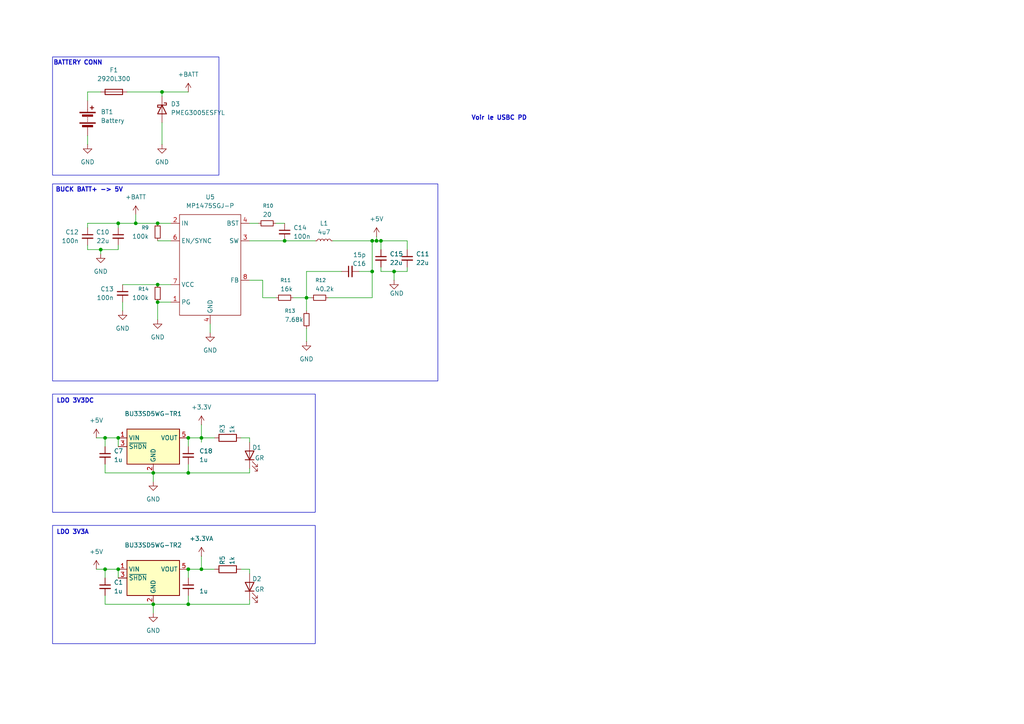
<source format=kicad_sch>
(kicad_sch (version 20250114) (generator "eeschema") (generator_version "9.0")
  (paper "A4")
  (lib_symbols
    (symbol "CustomSymbols:MP1475S"
      (property "Reference" "U5" (at 0 12.7 0))
      (property "Value" "MP1475SGJ-P" (at 0 10.16 0))
      (symbol "MP1475S_0_1"
        (rectangle (start -8.89 7.62) (end 8.89 -21.59))
      )
      (symbol "MP1475S_1_1"
        (pin input line (at -11.43 5.08 0) (length 2.54) (name "IN") (number "2"))
        (pin input line (at -11.43 0 0) (length 2.54) (name "EN/SYNC") (number "6"))
        (pin input line (at -11.43 -12.7 0) (length 2.54) (name "VCC") (number "7"))
        (pin input line (at -11.43 -17.78 0) (length 2.54) (name "PG") (number "1"))
        (pin input line (at 0 -24.13 90) (length 2.54) (name "GND") (number "4"))
        (pin input line (at 11.43 5.08 180) (length 2.54) (name "BST") (number "4"))
        (pin input line (at 11.43 0 180) (length 2.54) (name "SW") (number "3"))
        (pin input line (at 11.43 -11.43 180) (length 2.54) (name "FB") (number "8"))
      )
    )
    (symbol "Device:Battery" (pin_numbers (hide yes)) (pin_names (offset 0) (hide yes))
      (property "Reference" "BT1" (at 3.81 1.8416 0))
      (property "Value" "Battery" (at 3.81 -0.6984 0))
      (symbol "Battery_0_1"
        (rectangle (start -2.286 1.778) (end 2.286 1.524) (fill (type outline)))
        (rectangle (start -2.286 -1.27) (end 2.286 -1.524) (fill (type outline)))
        (rectangle (start -1.524 1.016) (end 1.524 0.508) (fill (type outline)))
        (rectangle (start -1.524 -2.032) (end 1.524 -2.54) (fill (type outline)))
        (polyline (pts (xy 0 1.778) (xy 0 2.54)))
        (polyline (pts (xy 0 0) (xy 0 0.254)))
        (polyline (pts (xy 0 -0.508) (xy 0 -0.254)))
        (polyline (pts (xy 0 -1.016) (xy 0 -0.762)))
        (polyline (pts (xy 0.762 3.048) (xy 1.778 3.048)) (stroke (width 0.254)))
        (polyline (pts (xy 1.27 3.556) (xy 1.27 2.54)) (stroke (width 0.254)))
      )
      (symbol "Battery_1_1"
        (pin passive line (at 0 5.08 270) (length 2.54) (name "+") (number "2"))
        (pin passive line (at 0 -5.08 90) (length 2.54) (name "-") (number "1"))
      )
    )
    (symbol "Device:C_Small" (pin_numbers (hide yes)) (pin_names (offset 0.254) (hide yes))
      (property "Reference" "C" (at 0.254 1.778 0))
      (property "Value" "C_Small" (at 0.254 -2.032 0))
      (symbol "C_Small_0_1"
        (polyline (pts (xy -1.524 0.508) (xy 1.524 0.508)) (stroke (width 0.3048)))
        (polyline (pts (xy -1.524 -0.508) (xy 1.524 -0.508)) (stroke (width 0.3302)))
      )
      (symbol "C_Small_1_1"
        (pin passive line (at 0 2.54 270) (length 2.032) (name "~") (number "1"))
        (pin passive line (at 0 -2.54 90) (length 2.032) (name "~") (number "2"))
      )
    )
    (symbol "Device:D_Schottky" (pin_numbers (hide yes)) (pin_names (offset 1.016) (hide yes))
      (property "Reference" "D" (at 0 2.54 0))
      (property "Value" "D_Schottky" (at 0 -2.54 0))
      (symbol "D_Schottky_0_1"
        (polyline (pts (xy -1.905 0.635) (xy -1.905 1.27) (xy -1.27 1.27) (xy -1.27 -1.27) (xy -0.635 -1.27) (xy -0.635 -0.635)) (stroke (width 0.254)))
        (polyline (pts (xy 1.27 1.27) (xy 1.27 -1.27) (xy -1.27 0) (xy 1.27 1.27)) (stroke (width 0.254)))
        (polyline (pts (xy 1.27 0) (xy -1.27 0)))
      )
      (symbol "D_Schottky_1_1"
        (pin passive line (at -3.81 0 0) (length 2.54) (name "K") (number "1"))
        (pin passive line (at 3.81 0 180) (length 2.54) (name "A") (number "2"))
      )
    )
    (symbol "Device:Fuse" (pin_numbers (hide yes)) (pin_names (offset 0))
      (property "Reference" "F" (at 2.032 0 90))
      (property "Value" "Fuse" (at -1.905 0 90))
      (symbol "Fuse_0_1"
        (rectangle (start -0.762 -2.54) (end 0.762 2.54) (stroke (width 0.254)))
        (polyline (pts (xy 0 2.54) (xy 0 -2.54)))
      )
      (symbol "Fuse_1_1"
        (pin passive line (at 0 3.81 270) (length 1.27) (name "~") (number "1"))
        (pin passive line (at 0 -3.81 90) (length 1.27) (name "~") (number "2"))
      )
    )
    (symbol "Device:LED" (pin_numbers (hide yes)) (pin_names (offset 1.016) (hide yes))
      (property "Reference" "D" (at 0 2.54 0))
      (property "Value" "LED" (at 0 -2.54 0))
      (symbol "LED_0_1"
        (polyline (pts (xy -3.048 -0.762) (xy -4.572 -2.286) (xy -3.81 -2.286) (xy -4.572 -2.286) (xy -4.572 -1.524)))
        (polyline (pts (xy -1.778 -0.762) (xy -3.302 -2.286) (xy -2.54 -2.286) (xy -3.302 -2.286) (xy -3.302 -1.524)))
        (polyline (pts (xy -1.27 0) (xy 1.27 0)))
        (polyline (pts (xy -1.27 -1.27) (xy -1.27 1.27)) (stroke (width 0.254)))
        (polyline (pts (xy 1.27 -1.27) (xy 1.27 1.27) (xy -1.27 0) (xy 1.27 -1.27)) (stroke (width 0.254)))
      )
      (symbol "LED_1_1"
        (pin passive line (at -3.81 0 0) (length 2.54) (name "K") (number "1"))
        (pin passive line (at 3.81 0 180) (length 2.54) (name "A") (number "2"))
      )
    )
    (symbol "Device:L_Small" (pin_numbers (hide yes)) (pin_names (offset 0.254) (hide yes))
      (property "Reference" "L" (at 0.762 1.016 0))
      (property "Value" "L_Small" (at 0.762 -1.016 0))
      (symbol "L_Small_0_1"
        (arc (start 0 2.032) (mid 0.5058 1.524) (end 0 1.016))
        (arc (start 0 1.016) (mid 0.5058 0.508) (end 0 0))
        (arc (start 0 0) (mid 0.5058 -0.508) (end 0 -1.016))
        (arc (start 0 -1.016) (mid 0.5058 -1.524) (end 0 -2.032))
      )
      (symbol "L_Small_1_1"
        (pin passive line (at 0 2.54 270) (length 0.508) (name "~") (number "1"))
        (pin passive line (at 0 -2.54 90) (length 0.508) (name "~") (number "2"))
      )
    )
    (symbol "Device:R" (pin_numbers (hide yes)) (pin_names (offset 0))
      (property "Reference" "R" (at 2.032 0 90))
      (property "Value" "R" (at 0 0 90))
      (symbol "R_0_1"
        (rectangle (start -1.016 -2.54) (end 1.016 2.54) (stroke (width 0.254)))
      )
      (symbol "R_1_1"
        (pin passive line (at 0 3.81 270) (length 1.27) (name "~") (number "1"))
        (pin passive line (at 0 -3.81 90) (length 1.27) (name "~") (number "2"))
      )
    )
    (symbol "Device:R_Small" (pin_numbers (hide yes)) (pin_names (offset 0.254) (hide yes))
      (property "Reference" "R" (at 0 0 90))
      (property "Value" "R_Small" (at 1.778 0 90))
      (symbol "R_Small_0_1"
        (rectangle (start -0.762 1.778) (end 0.762 -1.778) (stroke (width 0.2032)))
      )
      (symbol "R_Small_1_1"
        (pin passive line (at 0 2.54 270) (length 0.762) (name "~") (number "1"))
        (pin passive line (at 0 -2.54 90) (length 0.762) (name "~") (number "2"))
      )
    )
    (symbol "Regulator_Linear:MCP1802x-xx02xOT"
      (property "Reference" "U" (at -6.35 6.35 0))
      (property "Value" "MCP1802x-xx02xOT" (at 0 6.35 0))
      (symbol "MCP1802x-xx02xOT_0_1"
        (rectangle (start -7.62 5.08) (end 7.62 -5.08) (stroke (width 0.254)) (fill (type background)))
      )
      (symbol "MCP1802x-xx02xOT_1_1"
        (pin power_in line (at -10.16 2.54 0) (length 2.54) (name "VIN") (number "1"))
        (pin input line (at -10.16 0 0) (length 2.54) (name "~{SHDN}") (number "3"))
        (pin power_in line (at 0 -7.62 90) (length 2.54) (name "GND") (number "2"))
        (pin no_connect line (at 7.62 0 180) (length 2.54) (hide yes) (name "NC") (number "4"))
        (pin power_out line (at 10.16 2.54 180) (length 2.54) (name "VOUT") (number "5"))
      )
    )
    (symbol "power:+3.3V" (power) (pin_numbers (hide yes)) (pin_names (offset 0) (hide yes))
      (property "Value" "+3.3V" (at 0 3.556 0))
      (symbol "+3.3V_0_1"
        (polyline (pts (xy -0.762 1.27) (xy 0 2.54)))
        (polyline (pts (xy 0 2.54) (xy 0.762 1.27)))
        (polyline (pts (xy 0 0) (xy 0 2.54)))
      )
      (symbol "+3.3V_1_1"
        (pin power_in line (at 0 0 90) (length 0) (name "~") (number "1"))
      )
    )
    (symbol "power:+3.3VA" (power) (pin_numbers (hide yes)) (pin_names (offset 0) (hide yes))
      (property "Value" "+3.3VA" (at 0 3.556 0))
      (symbol "+3.3VA_0_1"
        (polyline (pts (xy -0.762 1.27) (xy 0 2.54)))
        (polyline (pts (xy 0 2.54) (xy 0.762 1.27)))
        (polyline (pts (xy 0 0) (xy 0 2.54)))
      )
      (symbol "+3.3VA_1_1"
        (pin power_in line (at 0 0 90) (length 0) (name "~") (number "1"))
      )
    )
    (symbol "power:+5V" (power) (pin_numbers (hide yes)) (pin_names (offset 0) (hide yes))
      (property "Value" "+5V" (at 0 3.556 0))
      (symbol "+5V_0_1"
        (polyline (pts (xy -0.762 1.27) (xy 0 2.54)))
        (polyline (pts (xy 0 2.54) (xy 0.762 1.27)))
        (polyline (pts (xy 0 0) (xy 0 2.54)))
      )
      (symbol "+5V_1_1"
        (pin power_in line (at 0 0 90) (length 0) (name "~") (number "1"))
      )
    )
    (symbol "power:+BATT" (power) (pin_numbers (hide yes)) (pin_names (offset 0) (hide yes))
      (property "Value" "+BATT" (at 0 3.556 0))
      (symbol "+BATT_0_1"
        (polyline (pts (xy -0.762 1.27) (xy 0 2.54)))
        (polyline (pts (xy 0 2.54) (xy 0.762 1.27)))
        (polyline (pts (xy 0 0) (xy 0 2.54)))
      )
      (symbol "+BATT_1_1"
        (pin power_in line (at 0 0 90) (length 0) (name "~") (number "1"))
      )
    )
    (symbol "power:GND" (power) (pin_numbers (hide yes)) (pin_names (offset 0) (hide yes))
      (property "Value" "GND" (at 0 -3.81 0))
      (symbol "GND_0_1"
        (polyline (pts (xy 0 0) (xy 0 -1.27) (xy 1.27 -1.27) (xy 0 -2.54) (xy -1.27 -1.27) (xy 0 -1.27)))
      )
      (symbol "GND_1_1"
        (pin power_in line (at 0 0 270) (length 0) (name "~") (number "1"))
      )
    )
  )
  (rectangle (start 15.24 152.4) (end 91.44 186.69))
  (rectangle (start 15.24 114.3) (end 91.44 148.59))
  (rectangle (start 15.24 16.51) (end 63.5 50.8))
  (rectangle (start 15.24 53.34) (end 127 110.49))
  (text "LDO 3V3DC\n" (at 21.844 116.332 0) (effects (font (size 1.27 1.27) (thickness 0.254) (bold yes))))
  (text "BUCK BATT+ -> 5V\n" (at 25.908 55.118 0) (effects (font (size 1.27 1.27) (thickness 0.254) (bold yes))))
  (text "LDO 3V3A\n\n" (at 21.082 155.448 0) (effects (font (size 1.27 1.27) (thickness 0.254) (bold yes))))
  (text "BATTERY CONN" (at 22.606 18.288 0) (effects (font (size 1.27 1.27) (thickness 0.254) (bold yes))))
  (text "Voir le USBC PD" (at 144.78 34.29 0) (effects (font (size 1.27 1.27) (thickness 0.254) (bold yes))))
  (junction (at 34.29 165.1))
  (junction (at 45.72 87.63))
  (junction (at 34.29 64.77))
  (junction (at 39.37 64.77))
  (junction (at 88.9 86.36))
  (junction (at 46.99 26.67))
  (junction (at 44.45 137.16))
  (junction (at 109.22 69.85))
  (junction (at 107.95 69.85))
  (junction (at 44.45 175.26))
  (junction (at 54.61 175.26))
  (junction (at 30.48 165.1))
  (junction (at 54.61 165.1))
  (junction (at 114.3 78.74))
  (junction (at 54.61 127))
  (junction (at 107.95 78.74))
  (junction (at 34.29 127))
  (junction (at 110.49 69.85))
  (junction (at 45.72 82.55))
  (junction (at 58.42 165.1))
  (junction (at 54.61 137.16))
  (junction (at 58.42 127))
  (junction (at 29.21 72.39))
  (junction (at 45.72 64.77))
  (junction (at 82.55 69.85))
  (junction (at 30.48 127))
  (wire (pts (xy 25.4 72.39) (xy 29.21 72.39)))
  (wire (pts (xy 104.14 78.74) (xy 107.95 78.74)))
  (wire (pts (xy 60.96 93.98) (xy 60.96 96.52)))
  (wire (pts (xy 25.4 64.77) (xy 34.29 64.77)))
  (wire (pts (xy 34.29 127) (xy 34.29 129.54)))
  (wire (pts (xy 45.72 82.55) (xy 49.53 82.55)))
  (wire (pts (xy 25.4 26.67) (xy 25.4 29.21)))
  (wire (pts (xy 27.94 165.1) (xy 30.48 165.1)))
  (wire (pts (xy 44.45 175.26) (xy 44.45 177.8)))
  (wire (pts (xy 30.48 165.1) (xy 34.29 165.1)))
  (wire (pts (xy 25.4 26.67) (xy 29.21 26.67)))
  (wire (pts (xy 118.11 69.85) (xy 118.11 72.39)))
  (wire (pts (xy 25.4 71.12) (xy 25.4 72.39)))
  (wire (pts (xy 58.42 127) (xy 58.42 128.27)))
  (wire (pts (xy 34.29 66.04) (xy 34.29 64.77)))
  (wire (pts (xy 39.37 62.23) (xy 39.37 64.77)))
  (wire (pts (xy 114.3 81.28) (xy 114.3 78.74)))
  (wire (pts (xy 54.61 165.1) (xy 54.61 167.64)))
  (wire (pts (xy 95.25 86.36) (xy 107.95 86.36)))
  (wire (pts (xy 30.48 165.1) (xy 30.48 167.64)))
  (wire (pts (xy 76.2 86.36) (xy 76.2 81.28)))
  (wire (pts (xy 35.56 82.55) (xy 45.72 82.55)))
  (wire (pts (xy 110.49 78.74) (xy 110.49 77.47)))
  (wire (pts (xy 99.06 78.74) (xy 88.9 78.74)))
  (wire (pts (xy 46.99 35.56) (xy 46.99 41.91)))
  (wire (pts (xy 88.9 86.36) (xy 88.9 90.17)))
  (wire (pts (xy 30.48 137.16) (xy 44.45 137.16)))
  (wire (pts (xy 44.45 175.26) (xy 54.61 175.26)))
  (wire (pts (xy 72.39 127) (xy 72.39 128.27)))
  (wire (pts (xy 76.2 86.36) (xy 80.01 86.36)))
  (wire (pts (xy 34.29 165.1) (xy 34.29 167.64)))
  (wire (pts (xy 54.61 127) (xy 54.61 129.54)))
  (wire (pts (xy 29.21 72.39) (xy 29.21 73.66)))
  (wire (pts (xy 107.95 78.74) (xy 107.95 86.36)))
  (wire (pts (xy 72.39 64.77) (xy 74.93 64.77)))
  (wire (pts (xy 25.4 64.77) (xy 25.4 66.04)))
  (wire (pts (xy 107.95 78.74) (xy 107.95 69.85)))
  (wire (pts (xy 69.85 127) (xy 72.39 127)))
  (wire (pts (xy 54.61 165.1) (xy 58.42 165.1)))
  (wire (pts (xy 54.61 134.62) (xy 54.61 137.16)))
  (wire (pts (xy 109.22 69.85) (xy 109.22 68.58)))
  (wire (pts (xy 27.94 127) (xy 30.48 127)))
  (wire (pts (xy 72.39 165.1) (xy 72.39 166.37)))
  (wire (pts (xy 54.61 127) (xy 58.42 127)))
  (wire (pts (xy 69.85 165.1) (xy 72.39 165.1)))
  (wire (pts (xy 54.61 175.26) (xy 72.39 175.26)))
  (wire (pts (xy 85.09 86.36) (xy 88.9 86.36)))
  (wire (pts (xy 30.48 127) (xy 30.48 129.54)))
  (wire (pts (xy 30.48 172.72) (xy 30.48 175.26)))
  (wire (pts (xy 49.53 87.63) (xy 45.72 87.63)))
  (wire (pts (xy 34.29 72.39) (xy 34.29 71.12)))
  (wire (pts (xy 46.99 27.94) (xy 46.99 26.67)))
  (wire (pts (xy 72.39 69.85) (xy 82.55 69.85)))
  (wire (pts (xy 72.39 137.16) (xy 72.39 135.89)))
  (wire (pts (xy 96.52 69.85) (xy 107.95 69.85)))
  (wire (pts (xy 36.83 26.67) (xy 46.99 26.67)))
  (wire (pts (xy 107.95 69.85) (xy 109.22 69.85)))
  (wire (pts (xy 118.11 78.74) (xy 118.11 77.47)))
  (wire (pts (xy 29.21 72.39) (xy 34.29 72.39)))
  (wire (pts (xy 54.61 26.67) (xy 46.99 26.67)))
  (wire (pts (xy 58.42 161.29) (xy 58.42 165.1)))
  (wire (pts (xy 39.37 64.77) (xy 45.72 64.77)))
  (wire (pts (xy 30.48 127) (xy 34.29 127)))
  (wire (pts (xy 54.61 137.16) (xy 72.39 137.16)))
  (wire (pts (xy 58.42 165.1) (xy 62.23 165.1)))
  (wire (pts (xy 35.56 87.63) (xy 35.56 90.17)))
  (wire (pts (xy 110.49 69.85) (xy 109.22 69.85)))
  (wire (pts (xy 45.72 69.85) (xy 49.53 69.85)))
  (wire (pts (xy 58.42 127) (xy 62.23 127)))
  (wire (pts (xy 110.49 69.85) (xy 110.49 72.39)))
  (wire (pts (xy 30.48 175.26) (xy 44.45 175.26)))
  (wire (pts (xy 82.55 69.85) (xy 91.44 69.85)))
  (wire (pts (xy 54.61 172.72) (xy 54.61 175.26)))
  (wire (pts (xy 45.72 64.77) (xy 49.53 64.77)))
  (wire (pts (xy 88.9 86.36) (xy 90.17 86.36)))
  (wire (pts (xy 114.3 78.74) (xy 110.49 78.74)))
  (wire (pts (xy 76.2 81.28) (xy 72.39 81.28)))
  (wire (pts (xy 44.45 137.16) (xy 54.61 137.16)))
  (wire (pts (xy 118.11 78.74) (xy 114.3 78.74)))
  (wire (pts (xy 44.45 137.16) (xy 44.45 139.7)))
  (wire (pts (xy 88.9 95.25) (xy 88.9 99.06)))
  (wire (pts (xy 45.72 87.63) (xy 45.72 92.71)))
  (wire (pts (xy 72.39 175.26) (xy 72.39 173.99)))
  (wire (pts (xy 58.42 123.19) (xy 58.42 127)))
  (wire (pts (xy 30.48 134.62) (xy 30.48 137.16)))
  (wire (pts (xy 25.4 39.37) (xy 25.4 41.91)))
  (wire (pts (xy 80.01 64.77) (xy 82.55 64.77)))
  (wire (pts (xy 88.9 78.74) (xy 88.9 86.36)))
  (wire (pts (xy 34.29 64.77) (xy 39.37 64.77)))
  (wire (pts (xy 110.49 69.85) (xy 118.11 69.85)))
  (symbol (lib_id "Device:LED") (at 72.39 132.08 90) (unit 1)
    (property "Reference" "D1" (at 73.152 129.794 90) (effects (justify right)))
    (property "Value" "GR" (at 73.914 132.842 90) (effects (justify right)))
    (property "Footprint" "LED_SMD:LED_0603_1608Metric" (effects (hide yes)))
    (property "Description" "Light emitting diode" (effects (hide yes)))
  )
  (symbol (lib_id "Device:L_Small") (at 93.98 69.85 270) (mirror x) (unit 1)
    (property "Reference" "L1" (at 93.98 64.77 90))
    (property "Value" "4u7" (at 93.98 67.31 90))
    (property "Description" "Inductor, small symbol" (effects (hide yes)))
  )
  (symbol (lib_id "Device:R_Small") (at 45.72 67.31 0) (mirror y) (unit 1)
    (property "Reference" "R9" (at 43.18 66.0399 0) (effects (font (size 1.016 1.016)) (justify left)))
    (property "Value" "100k" (at 43.18 68.5799 0) (effects (justify left)))
    (property "Footprint" "Resistor_SMD:R_0402_1005Metric" (effects (hide yes)))
    (property "Description" "Resistor, small symbol" (effects (hide yes)))
  )
  (symbol (lib_id "Device:C_Small") (at 118.11 74.93 0) (unit 1)
    (property "Reference" "C11" (at 120.65 73.6663 0) (effects (justify left)))
    (property "Value" "22u" (at 120.65 76.2063 0) (effects (justify left)))
    (property "Footprint" "Capacitor_SMD:C_0805_2012Metric" (effects (hide yes)))
  )
  (symbol (lib_id "Device:C_Small") (at 25.4 68.58 0) (mirror y) (unit 1)
    (property "Reference" "C12" (at 22.86 67.3163 0) (effects (justify left)))
    (property "Value" "100n" (at 22.86 69.8563 0) (effects (justify left)))
    (property "Footprint" "Capacitor_SMD:C_0402_1005Metric" (effects (hide yes)))
  )
  (symbol (lib_id "power:+5V") (at 27.94 127 0) (unit 1)
    (property "Reference" "#PWR052" (effects (hide yes)))
    (property "Value" "+5V" (at 27.94 121.92 0))
    (property "Description" "Power symbol creates a global label with name \"+5V\"" (effects (hide yes)))
  )
  (symbol (lib_id "power:GND") (at 88.9 99.06 0) (unit 1)
    (property "Reference" "#PWR042" (effects (hide yes)))
    (property "Value" "GND" (at 88.9 104.14 0))
  )
  (symbol (lib_id "Regulator_Linear:MCP1802x-xx02xOT") (at 44.45 167.64 0) (unit 1)
    (property "Reference" "BU33SD5WG-TR2" (at 44.45 158.115 0))
    (property "Value" "LM1117DT-3.3" (effects (hide yes)))
    (property "Footprint" "Package_TO_SOT_SMD:SOT-23-5" (effects (hide yes)))
    (property "Datasheet" "http://ww1.microchip.com/downloads/en/DeviceDoc/22053C.pdf" (effects (hide yes)))
  )
  (symbol (lib_id "Device:C_Small") (at 30.48 170.18 0) (unit 1)
    (property "Reference" "C1" (at 33.02 168.9163 0) (effects (justify left)))
    (property "Value" "1u" (at 33.02 171.4563 0) (effects (justify left)))
    (property "Footprint" "Capacitor_SMD:C_0603_1608Metric_Pad1.08x0.95mm_HandSolder" (effects (hide yes)))
  )
  (symbol (lib_id "Device:C_Small") (at 35.56 85.09 0) (mirror y) (unit 1)
    (property "Reference" "C13" (at 33.02 83.8263 0) (effects (justify left)))
    (property "Value" "100n" (at 33.02 86.3663 0) (effects (justify left)))
    (property "Footprint" "Capacitor_SMD:C_0402_1005Metric" (effects (hide yes)))
  )
  (symbol (lib_id "power:+5V") (at 27.94 165.1 0) (unit 1)
    (property "Reference" "#PWR04" (effects (hide yes)))
    (property "Value" "+5V" (at 27.94 160.02 0))
    (property "Description" "Power symbol creates a global label with name \"+5V\"" (effects (hide yes)))
  )
  (symbol (lib_id "Device:C_Small") (at 82.55 67.31 0) (unit 1)
    (property "Reference" "C14" (at 85.09 66.0463 0) (effects (justify left)))
    (property "Value" "100n" (at 85.09 68.5863 0) (effects (justify left)))
    (property "Footprint" "Capacitor_SMD:C_0402_1005Metric" (effects (hide yes)))
  )
  (symbol (lib_id "Device:R") (at 66.04 127 90) (unit 1)
    (property "Reference" "R3" (at 64.516 125.73 0) (effects (justify left)))
    (property "Value" "1k" (at 67.31 125.73 0) (effects (justify left)))
    (property "Footprint" "Resistor_SMD:R_0402_1005Metric" (effects (hide yes)))
    (property "Description" "Resistor" (effects (hide yes)))
  )
  (symbol (lib_id "CustomSymbols:MP1475S") (at 60.96 69.85 0) (unit 1)
    (property "Reference" "U5" (at 60.96 57.15 0))
    (property "Value" "MP1475SGJ-P" (at 60.96 59.69 0))
    (property "Footprint" "Package_TO_SOT_SMD:TSOT-23-8" (effects (hide yes)))
    (property "Datasheet" "https://www.farnell.com/datasheets/2914921.pdf?_gl=1*168ey9k*_gcl_aw*R0NMLjE3NTc2Nzc4NzkuRUFJYUlRb2JDaE1JeFoza3FwVFRqd01WRl9aNUJCMU5uelp2RUFRWUFTQUJFZ0pNU1BEX0J3RQ..*_gcl_au*NDU0NDk2NjEuMTc1NzQwOTgwNg.." (effects (hide yes)))
    (property "MPN" "MP1475SGJ-P" (effects (hide yes)))
  )
  (symbol (lib_id "Device:D_Schottky") (at 46.99 31.75 270) (unit 1)
    (property "Reference" "D3" (at 49.53 30.1624 90) (effects (justify left)))
    (property "Value" "PMEG3005ESFYL" (at 49.53 32.7024 90) (effects (justify left)))
    (property "Description" "Schottky diode" (effects (hide yes)))
  )
  (symbol (lib_id "power:GND") (at 60.96 96.52 0) (unit 1)
    (property "Reference" "#PWR038" (effects (hide yes)))
    (property "Value" "GND" (at 60.96 101.6 0))
  )
  (symbol (lib_id "Device:Battery") (at 25.4 34.29 0) (unit 1)
    (property "Reference" "BT1" (at 29.21 32.4484 0) (effects (justify left)))
    (property "Value" "Battery" (at 29.21 34.9884 0) (effects (justify left)))
    (property "Footprint" "Connector_AMASS:AMASS_XT30U-F_1x02_P5.0mm_Vertical" (effects (hide yes)))
    (property "Description" "Multiple-cell battery" (effects (hide yes)))
  )
  (symbol (lib_id "Device:C_Small") (at 30.48 132.08 0) (unit 1)
    (property "Reference" "C7" (at 33.02 130.8163 0) (effects (justify left)))
    (property "Value" "1u" (at 33.02 133.3563 0) (effects (justify left)))
    (property "Footprint" "Capacitor_SMD:C_0603_1608Metric_Pad1.08x0.95mm_HandSolder" (effects (hide yes)))
  )
  (symbol (lib_id "Device:LED") (at 72.39 170.18 90) (unit 1)
    (property "Reference" "D2" (at 73.152 167.894 90) (effects (justify right)))
    (property "Value" "GR" (at 73.914 170.942 90) (effects (justify right)))
    (property "Footprint" "LED_SMD:LED_0603_1608Metric" (effects (hide yes)))
    (property "Description" "Light emitting diode" (effects (hide yes)))
  )
  (symbol (lib_id "power:GND") (at 35.56 90.17 0) (unit 1)
    (property "Reference" "#PWR044" (effects (hide yes)))
    (property "Value" "GND" (at 35.56 95.25 0))
  )
  (symbol (lib_id "power:+3.3VA") (at 58.42 161.29 0) (unit 1)
    (property "Reference" "#PWR020" (effects (hide yes)))
    (property "Value" "+3.3VA" (at 58.42 156.21 0))
    (property "Description" "Power symbol creates a global label with name \"+3.3VA\"" (effects (hide yes)))
  )
  (symbol (lib_id "power:GND") (at 114.3 81.28 0) (mirror y) (unit 1)
    (property "Reference" "#PWR041" (effects (hide yes)))
    (property "Value" "GND" (at 113.03 85.09 0) (effects (justify right)))
  )
  (symbol (lib_id "Device:R_Small") (at 45.72 85.09 0) (mirror y) (unit 1)
    (property "Reference" "R14" (at 43.18 83.8199 0) (effects (font (size 1.016 1.016)) (justify left)))
    (property "Value" "100k" (at 43.18 86.3599 0) (effects (justify left)))
    (property "Footprint" "Resistor_SMD:R_0402_1005Metric" (effects (hide yes)))
    (property "Description" "Resistor, small symbol" (effects (hide yes)))
  )
  (symbol (lib_id "power:GND") (at 25.4 41.91 0) (unit 1)
    (property "Reference" "#PWR037" (effects (hide yes)))
    (property "Value" "GND" (at 25.4 46.99 0))
  )
  (symbol (lib_id "Device:R_Small") (at 77.47 64.77 90) (unit 1)
    (property "Reference" "R10" (at 76.2 59.6899 90) (effects (font (size 1.016 1.016)) (justify right)))
    (property "Value" "20" (at 76.2 62.2299 90) (effects (justify right)))
    (property "Footprint" "Resistor_SMD:R_0402_1005Metric" (effects (hide yes)))
    (property "Description" "Resistor, small symbol" (effects (hide yes)))
  )
  (symbol (lib_id "power:GND") (at 44.45 177.8 0) (unit 1)
    (property "Reference" "#PWR06" (effects (hide yes)))
    (property "Value" "GND" (at 44.45 182.88 0))
  )
  (symbol (lib_id "Device:C_Small") (at 110.49 74.93 0) (unit 1)
    (property "Reference" "C15" (at 113.03 73.6663 0) (effects (justify left)))
    (property "Value" "22u" (at 113.03 76.2063 0) (effects (justify left)))
    (property "Footprint" "Capacitor_SMD:C_0805_2012Metric" (effects (hide yes)))
  )
  (symbol (lib_id "Device:Fuse") (at 33.02 26.67 90) (unit 1)
    (property "Reference" "F1" (at 33.02 20.32 90))
    (property "Value" "2920L300" (at 33.02 22.86 90))
    (property "Datasheet" "https://4donline.ihs.com/images/VipMasterIC/IC/LFSI/LFSI-S-A0012713924/LFSI-S-A0013652082-1.pdf?hkey=6D3A4C79FDBF58556ACFDE234799DDF0" (effects (hide yes)))
    (property "Description" "Fuse" (effects (hide yes)))
  )
  (symbol (lib_id "Device:R_Small") (at 92.71 86.36 90) (unit 1)
    (property "Reference" "R12" (at 91.44 81.2799 90) (effects (font (size 1.016 1.016)) (justify right)))
    (property "Value" "40.2k" (at 91.44 83.8199 90) (effects (justify right)))
    (property "Footprint" "Resistor_SMD:R_0402_1005Metric" (effects (hide yes)))
    (property "Description" "Resistor, small symbol" (effects (hide yes)))
  )
  (symbol (lib_id "Device:R_Small") (at 88.9 92.71 180) (unit 1)
    (property "Reference" "R13" (at 82.55 90.1699 0) (effects (font (size 1.016 1.016)) (justify right)))
    (property "Value" "7.68k" (at 82.55 92.7099 0) (effects (justify right)))
    (property "Footprint" "Resistor_SMD:R_0402_1005Metric" (effects (hide yes)))
    (property "Description" "Resistor, small symbol" (effects (hide yes)))
  )
  (symbol (lib_id "power:GND") (at 45.72 92.71 0) (unit 1)
    (property "Reference" "#PWR039" (effects (hide yes)))
    (property "Value" "GND" (at 45.72 97.79 0))
  )
  (symbol (lib_id "Device:C_Small") (at 101.6 78.74 90) (unit 1)
    (property "Reference" "C16" (at 106.172 76.454 90) (effects (justify left)))
    (property "Value" "15p" (at 106.172 73.914 90) (effects (justify left)))
    (property "Footprint" "Capacitor_SMD:C_0402_1005Metric" (effects (hide yes)))
  )
  (symbol (lib_id "Device:C_Small") (at 34.29 68.58 0) (mirror y) (unit 1)
    (property "Reference" "C10" (at 31.75 67.3163 0) (effects (justify left)))
    (property "Value" "22u" (at 31.75 69.8563 0) (effects (justify left)))
    (property "Footprint" "Capacitor_SMD:C_0805_2012Metric" (effects (hide yes)))
  )
  (symbol (lib_id "power:+3.3V") (at 58.42 123.19 0) (unit 1)
    (property "Reference" "#PWR024" (effects (hide yes)))
    (property "Value" "+3.3V" (at 58.42 118.11 0))
    (property "Description" "Power symbol creates a global label with name \"+3.3V\"" (effects (hide yes)))
  )
  (symbol (lib_id "power:+5V") (at 109.22 68.58 0) (unit 1)
    (property "Reference" "#PWR043" (effects (hide yes)))
    (property "Value" "+5V" (at 109.22 63.5 0))
    (property "Description" "Power symbol creates a global label with name \"+5V\"" (effects (hide yes)))
  )
  (symbol (lib_id "Regulator_Linear:MCP1802x-xx02xOT") (at 44.45 129.54 0) (unit 1)
    (property "Reference" "BU33SD5WG-TR1" (at 44.45 120.015 0))
    (property "Value" "LM1117DT-3.3" (effects (hide yes)))
    (property "Footprint" "Package_TO_SOT_SMD:SOT-23-5" (effects (hide yes)))
    (property "Datasheet" "http://ww1.microchip.com/downloads/en/DeviceDoc/22053C.pdf" (effects (hide yes)))
  )
  (symbol (lib_id "Device:R_Small") (at 82.55 86.36 90) (unit 1)
    (property "Reference" "R11" (at 81.28 81.2799 90) (effects (font (size 1.016 1.016)) (justify right)))
    (property "Value" "16k" (at 81.28 83.8199 90) (effects (justify right)))
    (property "Footprint" "Resistor_SMD:R_0402_1005Metric" (effects (hide yes)))
    (property "Description" "Resistor, small symbol" (effects (hide yes)))
  )
  (symbol (lib_id "power:+BATT") (at 39.37 62.23 0) (unit 1)
    (property "Reference" "#PWR036" (effects (hide yes)))
    (property "Value" "+BATT" (at 39.37 57.15 0))
    (property "Description" "Power symbol creates a global label with name \"+BATT\"" (effects (hide yes)))
  )
  (symbol (lib_id "power:+BATT") (at 54.61 26.67 0) (unit 1)
    (property "Reference" "#PWR035" (effects (hide yes)))
    (property "Value" "+BATT" (at 54.61 21.59 0))
    (property "Description" "Power symbol creates a global label with name \"+BATT\"" (effects (hide yes)))
  )
  (symbol (lib_id "power:GND") (at 29.21 73.66 0) (unit 1)
    (property "Reference" "#PWR040" (effects (hide yes)))
    (property "Value" "GND" (at 29.21 78.74 0))
  )
  (symbol (lib_id "Device:C_Small") (at 54.61 170.18 0) (unit 1)
    (property "Reference" "C2" (effects (hide yes)))
    (property "Value" "1u" (at 57.785 171.4563 0) (effects (justify left)))
    (property "Footprint" "Capacitor_SMD:C_0603_1608Metric_Pad1.08x0.95mm_HandSolder" (effects (hide yes)))
  )
  (symbol (lib_id "power:GND") (at 44.45 139.7 0) (unit 1)
    (property "Reference" "#PWR010" (effects (hide yes)))
    (property "Value" "GND" (at 44.45 144.78 0))
  )
  (symbol (lib_id "Device:C_Small") (at 54.61 132.08 0) (unit 1)
    (property "Reference" "C18" (at 57.785 130.8163 0) (effects (justify left)))
    (property "Value" "1u" (at 57.785 133.3563 0) (effects (justify left)))
    (property "Footprint" "Capacitor_SMD:C_0603_1608Metric_Pad1.08x0.95mm_HandSolder" (effects (hide yes)))
  )
  (symbol (lib_id "Device:R") (at 66.04 165.1 90) (unit 1)
    (property "Reference" "R5" (at 64.516 163.83 0) (effects (justify left)))
    (property "Value" "1k" (at 67.31 163.83 0) (effects (justify left)))
    (property "Footprint" "Resistor_SMD:R_0402_1005Metric" (effects (hide yes)))
    (property "Description" "Resistor" (effects (hide yes)))
  )
  (symbol (lib_id "power:GND") (at 46.99 41.91 0) (unit 1)
    (property "Reference" "#PWR07" (effects (hide yes)))
    (property "Value" "GND" (at 46.99 46.99 0))
  )
)
</source>
